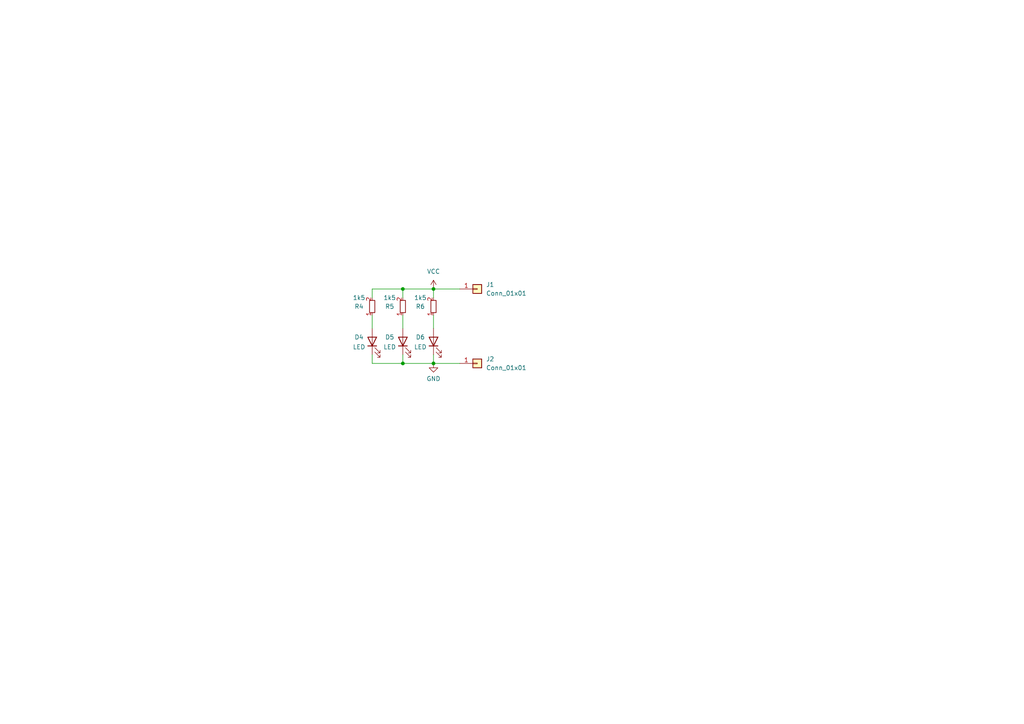
<source format=kicad_sch>
(kicad_sch (version 20230121) (generator eeschema)
  (paper "A4")
  (lib_symbols
    (symbol "Connector_Generic:Conn_01x01" (pin_names (offset 1.016) hide)
      (property "Reference" "J" (at 0 2.54 0))
      (property "Value" "Conn_01x01" (at 0 -2.54 0))
      (symbol "Conn_01x01_1_1"
        (rectangle (start -1.27 0.127) (end 0 -0.127) (stroke (width 0.1524)))
        (rectangle (start -1.27 1.27) (end 1.27 -1.27) (stroke (width 0.254)) (fill (type background)))
        (pin passive line (at -5.08 0 0) (length 3.81) (name "Pin_1") (number "1"))
      )
    )
    (symbol "Device:LED" (pin_numbers hide) (pin_names (offset 1.016) hide)
      (property "Reference" "D" (at 0 2.54 0))
      (property "Value" "LED" (at 0 -2.54 0))
      (symbol "LED_0_1"
        (polyline (pts (xy -1.27 -1.27) (xy -1.27 1.27)) (stroke (width 0.254)))
        (polyline (pts (xy -1.27 0) (xy 1.27 0)))
        (polyline (pts (xy 1.27 -1.27) (xy 1.27 1.27) (xy -1.27 0) (xy 1.27 -1.27)) (stroke (width 0.254)))
        (polyline (pts (xy -3.048 -0.762) (xy -4.572 -2.286) (xy -3.81 -2.286) (xy -4.572 -2.286) (xy -4.572 -1.524)))
        (polyline (pts (xy -1.778 -0.762) (xy -3.302 -2.286) (xy -2.54 -2.286) (xy -3.302 -2.286) (xy -3.302 -1.524)))
      )
      (symbol "LED_1_1"
        (pin passive line (at -3.81 0 0) (length 2.54) (name "K") (number "1"))
        (pin passive line (at 3.81 0 180) (length 2.54) (name "A") (number "2"))
      )
    )
    (symbol "power:GND" (power) (pin_names (offset 0))
      (property "Value" "GND" (at 0 -3.81 0))
      (symbol "GND_0_1"
        (polyline (pts (xy 0 0) (xy 0 -1.27) (xy 1.27 -1.27) (xy 0 -2.54) (xy -1.27 -1.27) (xy 0 -1.27)))
      )
      (symbol "GND_1_1"
        (pin power_in line (at 0 0 270) (length 0) hide (name "GND") (number "1"))
      )
    )
    (symbol "power:VCC" (power) (pin_names (offset 0))
      (property "Value" "VCC" (at 0 3.81 0))
      (symbol "VCC_0_1"
        (polyline (pts (xy -0.762 1.27) (xy 0 2.54)))
        (polyline (pts (xy 0 0) (xy 0 2.54)))
        (polyline (pts (xy 0 2.54) (xy 0.762 1.27)))
      )
      (symbol "VCC_1_1"
        (pin power_in line (at 0 0 90) (length 0) hide (name "VCC") (number "1"))
      )
    )
    (symbol "resistors_0805:R_1k5_0805"
      (property "Reference" "R" (at 1.27 2.54 0))
      (property "Value" "1k5" (at 2.54 -2.54 0))
      (symbol "R_1k5_0805_0_1"
        (rectangle (start -0.762 1.778) (end 0.762 -1.778) (stroke (width 0.2032)))
      )
      (symbol "R_1k5_0805_1_1"
        (pin passive line (at 0 2.54 270) (length 0.762) (name "~") (number "1"))
        (pin passive line (at 0 -2.54 90) (length 0.762) (name "~") (number "2"))
      )
    )
  )
  (junction (at 125.73 105.41))
  (junction (at 125.73 83.82))
  (junction (at 116.84 83.82))
  (junction (at 116.84 105.41))
  (wire (pts (xy 116.84 105.41) (xy 125.73 105.41)))
  (wire (pts (xy 107.95 83.82) (xy 107.95 86.36)))
  (wire (pts (xy 107.95 83.82) (xy 116.84 83.82)))
  (wire (pts (xy 125.73 95.25) (xy 125.73 91.44)))
  (wire (pts (xy 116.84 102.87) (xy 116.84 105.41)))
  (wire (pts (xy 125.73 105.41) (xy 133.35 105.41)))
  (wire (pts (xy 125.73 83.82) (xy 133.35 83.82)))
  (wire (pts (xy 107.95 102.87) (xy 107.95 105.41)))
  (wire (pts (xy 116.84 95.25) (xy 116.84 91.44)))
  (wire (pts (xy 116.84 83.82) (xy 116.84 86.36)))
  (wire (pts (xy 125.73 83.82) (xy 125.73 86.36)))
  (wire (pts (xy 116.84 83.82) (xy 125.73 83.82)))
  (wire (pts (xy 125.73 102.87) (xy 125.73 105.41)))
  (wire (pts (xy 107.95 95.25) (xy 107.95 91.44)))
  (wire (pts (xy 107.95 105.41) (xy 116.84 105.41)))
  (symbol (lib_id "power:VCC") (at 125.73 83.82 0) (unit 1)
    (property "Reference" "#PWR02" (effects hide))
    (property "Value" "VCC" (at 125.73 78.74 0))
  )
  (symbol (lib_id "Device:LED") (at 107.95 99.06 90) (unit 1)
    (property "Reference" "D4" (at 104.14 97.79 90))
    (property "Value" "LED" (at 104.14 100.6475 90))
    (property "Footprint" "LED_SMD:LED_1206_3216Metric" (effects hide))
    (property "JLCPCB Part#" "C130718" (effects hide))
    (property "data" "NCD1206W1" (effects hide))
  )
  (symbol (lib_id "Device:LED") (at 116.84 99.06 90) (unit 1)
    (property "Reference" "D5" (at 113.03 97.79 90))
    (property "Value" "LED" (at 113.03 100.6475 90))
    (property "Footprint" "LED_SMD:LED_1206_3216Metric" (effects hide))
    (property "JLCPCB Part#" "C130718" (effects hide))
    (property "data" "NCD1206W1" (effects hide))
  )
  (symbol (lib_id "Connector_Generic:Conn_01x01") (at 138.43 83.82 0) (unit 1)
    (property "Reference" "J1" (at 140.97 82.55 0) (effects (justify left)))
    (property "Value" "Conn_01x01" (at 140.97 85.09 0) (effects (justify left)))
    (property "Footprint" "Connector_Wire:SolderWirePad_1x01_SMD_1x2mm" (effects hide))
  )
  (symbol (lib_id "resistors_0805:R_1k5_0805") (at 116.84 88.9 180) (unit 1)
    (property "Reference" "R5" (at 113.03 88.9 0))
    (property "Value" "1k5" (at 113.03 86.36 0))
    (property "Footprint" "custom_kicad_lib_sk:R_0805_handsolder-smalltext" (effects hide))
    (property "JLCPCB Part#" "C4310" (effects hide))
  )
  (symbol (lib_id "resistors_0805:R_1k5_0805") (at 107.95 88.9 180) (unit 1)
    (property "Reference" "R4" (at 104.14 88.9 0))
    (property "Value" "1k5" (at 104.14 86.36 0))
    (property "Footprint" "custom_kicad_lib_sk:R_0805_handsolder-smalltext" (effects hide))
    (property "JLCPCB Part#" "C4310" (effects hide))
  )
  (symbol (lib_id "Device:LED") (at 125.73 99.06 90) (unit 1)
    (property "Reference" "D6" (at 121.92 97.79 90))
    (property "Value" "LED" (at 121.92 100.6475 90))
    (property "Footprint" "LED_SMD:LED_1206_3216Metric" (effects hide))
    (property "JLCPCB Part#" "C130718" (effects hide))
    (property "data" "NCD1206W1" (effects hide))
  )
  (symbol (lib_id "power:GND") (at 125.73 105.41 0) (unit 1)
    (property "Reference" "#PWR01" (effects hide))
    (property "Value" "GND" (at 125.73 109.855 0))
  )
  (symbol (lib_id "Connector_Generic:Conn_01x01") (at 138.43 105.41 0) (unit 1)
    (property "Reference" "J2" (at 140.97 104.14 0) (effects (justify left)))
    (property "Value" "Conn_01x01" (at 140.97 106.68 0) (effects (justify left)))
    (property "Footprint" "Connector_Wire:SolderWirePad_1x01_SMD_1x2mm" (effects hide))
  )
  (symbol (lib_id "resistors_0805:R_1k5_0805") (at 125.73 88.9 180) (unit 1)
    (property "Reference" "R6" (at 121.92 88.9 0))
    (property "Value" "1k5" (at 121.92 86.36 0))
    (property "Footprint" "custom_kicad_lib_sk:R_0805_handsolder-smalltext" (effects hide))
    (property "JLCPCB Part#" "C4310" (effects hide))
  )
)
</source>
